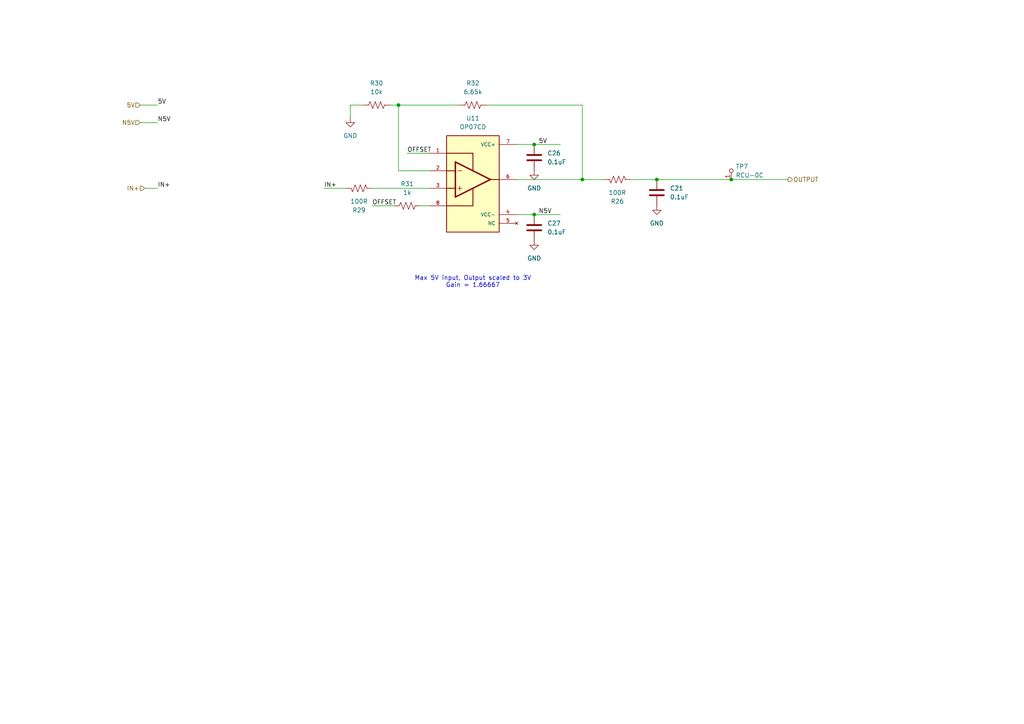
<source format=kicad_sch>
(kicad_sch
	(version 20231120)
	(generator "eeschema")
	(generator_version "8.0")
	(uuid "818e4b3a-8173-4745-9636-036837b54233")
	(paper "A4")
	(lib_symbols
		(symbol "Device:C"
			(pin_numbers hide)
			(pin_names
				(offset 0.254)
			)
			(exclude_from_sim no)
			(in_bom yes)
			(on_board yes)
			(property "Reference" "C"
				(at 0.635 2.54 0)
				(effects
					(font
						(size 1.27 1.27)
					)
					(justify left)
				)
			)
			(property "Value" "C"
				(at 0.635 -2.54 0)
				(effects
					(font
						(size 1.27 1.27)
					)
					(justify left)
				)
			)
			(property "Footprint" ""
				(at 0.9652 -3.81 0)
				(effects
					(font
						(size 1.27 1.27)
					)
					(hide yes)
				)
			)
			(property "Datasheet" "~"
				(at 0 0 0)
				(effects
					(font
						(size 1.27 1.27)
					)
					(hide yes)
				)
			)
			(property "Description" "Unpolarized capacitor"
				(at 0 0 0)
				(effects
					(font
						(size 1.27 1.27)
					)
					(hide yes)
				)
			)
			(property "ki_keywords" "cap capacitor"
				(at 0 0 0)
				(effects
					(font
						(size 1.27 1.27)
					)
					(hide yes)
				)
			)
			(property "ki_fp_filters" "C_*"
				(at 0 0 0)
				(effects
					(font
						(size 1.27 1.27)
					)
					(hide yes)
				)
			)
			(symbol "C_0_1"
				(polyline
					(pts
						(xy -2.032 -0.762) (xy 2.032 -0.762)
					)
					(stroke
						(width 0.508)
						(type default)
					)
					(fill
						(type none)
					)
				)
				(polyline
					(pts
						(xy -2.032 0.762) (xy 2.032 0.762)
					)
					(stroke
						(width 0.508)
						(type default)
					)
					(fill
						(type none)
					)
				)
			)
			(symbol "C_1_1"
				(pin passive line
					(at 0 3.81 270)
					(length 2.794)
					(name "~"
						(effects
							(font
								(size 1.27 1.27)
							)
						)
					)
					(number "1"
						(effects
							(font
								(size 1.27 1.27)
							)
						)
					)
				)
				(pin passive line
					(at 0 -3.81 90)
					(length 2.794)
					(name "~"
						(effects
							(font
								(size 1.27 1.27)
							)
						)
					)
					(number "2"
						(effects
							(font
								(size 1.27 1.27)
							)
						)
					)
				)
			)
		)
		(symbol "Device:R_US"
			(pin_numbers hide)
			(pin_names
				(offset 0)
			)
			(exclude_from_sim no)
			(in_bom yes)
			(on_board yes)
			(property "Reference" "R"
				(at 2.54 0 90)
				(effects
					(font
						(size 1.27 1.27)
					)
				)
			)
			(property "Value" "R_US"
				(at -2.54 0 90)
				(effects
					(font
						(size 1.27 1.27)
					)
				)
			)
			(property "Footprint" ""
				(at 1.016 -0.254 90)
				(effects
					(font
						(size 1.27 1.27)
					)
					(hide yes)
				)
			)
			(property "Datasheet" "~"
				(at 0 0 0)
				(effects
					(font
						(size 1.27 1.27)
					)
					(hide yes)
				)
			)
			(property "Description" "Resistor, US symbol"
				(at 0 0 0)
				(effects
					(font
						(size 1.27 1.27)
					)
					(hide yes)
				)
			)
			(property "ki_keywords" "R res resistor"
				(at 0 0 0)
				(effects
					(font
						(size 1.27 1.27)
					)
					(hide yes)
				)
			)
			(property "ki_fp_filters" "R_*"
				(at 0 0 0)
				(effects
					(font
						(size 1.27 1.27)
					)
					(hide yes)
				)
			)
			(symbol "R_US_0_1"
				(polyline
					(pts
						(xy 0 -2.286) (xy 0 -2.54)
					)
					(stroke
						(width 0)
						(type default)
					)
					(fill
						(type none)
					)
				)
				(polyline
					(pts
						(xy 0 2.286) (xy 0 2.54)
					)
					(stroke
						(width 0)
						(type default)
					)
					(fill
						(type none)
					)
				)
				(polyline
					(pts
						(xy 0 -0.762) (xy 1.016 -1.143) (xy 0 -1.524) (xy -1.016 -1.905) (xy 0 -2.286)
					)
					(stroke
						(width 0)
						(type default)
					)
					(fill
						(type none)
					)
				)
				(polyline
					(pts
						(xy 0 0.762) (xy 1.016 0.381) (xy 0 0) (xy -1.016 -0.381) (xy 0 -0.762)
					)
					(stroke
						(width 0)
						(type default)
					)
					(fill
						(type none)
					)
				)
				(polyline
					(pts
						(xy 0 2.286) (xy 1.016 1.905) (xy 0 1.524) (xy -1.016 1.143) (xy 0 0.762)
					)
					(stroke
						(width 0)
						(type default)
					)
					(fill
						(type none)
					)
				)
			)
			(symbol "R_US_1_1"
				(pin passive line
					(at 0 3.81 270)
					(length 1.27)
					(name "~"
						(effects
							(font
								(size 1.27 1.27)
							)
						)
					)
					(number "1"
						(effects
							(font
								(size 1.27 1.27)
							)
						)
					)
				)
				(pin passive line
					(at 0 -3.81 90)
					(length 1.27)
					(name "~"
						(effects
							(font
								(size 1.27 1.27)
							)
						)
					)
					(number "2"
						(effects
							(font
								(size 1.27 1.27)
							)
						)
					)
				)
			)
		)
		(symbol "OP07CD:OP07CD"
			(pin_names
				(offset 1.016)
			)
			(exclude_from_sim no)
			(in_bom yes)
			(on_board yes)
			(property "Reference" "U"
				(at -7.62 13.7 0)
				(effects
					(font
						(size 1.27 1.27)
					)
					(justify left bottom)
				)
			)
			(property "Value" "OP07CD"
				(at -7.62 -19.24 0)
				(effects
					(font
						(size 1.27 1.27)
					)
					(justify left bottom)
				)
			)
			(property "Footprint" "OP07CD:SOIC127P599X175-8N"
				(at 0 0 0)
				(effects
					(font
						(size 1.27 1.27)
					)
					(justify bottom)
					(hide yes)
				)
			)
			(property "Datasheet" ""
				(at 0 0 0)
				(effects
					(font
						(size 1.27 1.27)
					)
					(hide yes)
				)
			)
			(property "Description" "Low-Offset voltage (0.25mV) single operational amplifier 8-SOIC 0 to 70"
				(at 0 0 0)
				(effects
					(font
						(size 1.27 1.27)
					)
					(justify bottom)
					(hide yes)
				)
			)
			(property "MF" "Texas Instruments"
				(at 0 0 0)
				(effects
					(font
						(size 1.27 1.27)
					)
					(justify bottom)
					(hide yes)
				)
			)
			(property "MOUSER-PURCHASE-URL" "https://snapeda.com/shop?store=Mouser&id=516771"
				(at 0 0 0)
				(effects
					(font
						(size 1.27 1.27)
					)
					(justify bottom)
					(hide yes)
				)
			)
			(property "DIGIKEY-PURCHASE-URL" "https://snapeda.com/shop?store=DigiKey&id=516771"
				(at 0 0 0)
				(effects
					(font
						(size 1.27 1.27)
					)
					(justify bottom)
					(hide yes)
				)
			)
			(property "PACKAGE" "SOIC-8 Texas Instruments"
				(at 0 0 0)
				(effects
					(font
						(size 1.27 1.27)
					)
					(justify bottom)
					(hide yes)
				)
			)
			(property "PRICE" "None"
				(at 0 0 0)
				(effects
					(font
						(size 1.27 1.27)
					)
					(justify bottom)
					(hide yes)
				)
			)
			(property "Package" "SOIC-8 Texas Instruments"
				(at 0 0 0)
				(effects
					(font
						(size 1.27 1.27)
					)
					(justify bottom)
					(hide yes)
				)
			)
			(property "Check_prices" "https://www.snapeda.com/parts/OP07CD/Texas+Instruments/view-part/?ref=eda"
				(at 0 0 0)
				(effects
					(font
						(size 1.27 1.27)
					)
					(justify bottom)
					(hide yes)
				)
			)
			(property "Price" "None"
				(at 0 0 0)
				(effects
					(font
						(size 1.27 1.27)
					)
					(justify bottom)
					(hide yes)
				)
			)
			(property "SnapEDA_Link" "https://www.snapeda.com/parts/OP07CD/Texas+Instruments/view-part/?ref=snap"
				(at 0 0 0)
				(effects
					(font
						(size 1.27 1.27)
					)
					(justify bottom)
					(hide yes)
				)
			)
			(property "MP" "OP07CD"
				(at 0 0 0)
				(effects
					(font
						(size 1.27 1.27)
					)
					(justify bottom)
					(hide yes)
				)
			)
			(property "TEXAS_INSTRUMENTS-PURCHASE-URL" "https://snapeda.com/shop?store=Texas+Instruments&id=516771"
				(at 0 0 0)
				(effects
					(font
						(size 1.27 1.27)
					)
					(justify bottom)
					(hide yes)
				)
			)
			(property "Description_1" "\n                        \n                            Low-Offset voltage (0.25mV) single operational amplifier\n                        \n"
				(at 0 0 0)
				(effects
					(font
						(size 1.27 1.27)
					)
					(justify bottom)
					(hide yes)
				)
			)
			(property "Availability" "In Stock"
				(at 0 0 0)
				(effects
					(font
						(size 1.27 1.27)
					)
					(justify bottom)
					(hide yes)
				)
			)
			(property "AVAILABILITY" "Good"
				(at 0 0 0)
				(effects
					(font
						(size 1.27 1.27)
					)
					(justify bottom)
					(hide yes)
				)
			)
			(symbol "OP07CD_0_0"
				(rectangle
					(start -7.62 -15.24)
					(end 7.62 12.7)
					(stroke
						(width 0.254)
						(type default)
					)
					(fill
						(type background)
					)
				)
				(polyline
					(pts
						(xy -7.62 -7.62) (xy 0 -7.62)
					)
					(stroke
						(width 0.254)
						(type default)
					)
					(fill
						(type none)
					)
				)
				(polyline
					(pts
						(xy -7.62 -2.54) (xy -5.08 -2.54)
					)
					(stroke
						(width 0.254)
						(type default)
					)
					(fill
						(type none)
					)
				)
				(polyline
					(pts
						(xy -7.62 2.54) (xy -5.08 2.54)
					)
					(stroke
						(width 0.254)
						(type default)
					)
					(fill
						(type none)
					)
				)
				(polyline
					(pts
						(xy -7.62 7.62) (xy 0 7.62)
					)
					(stroke
						(width 0.254)
						(type default)
					)
					(fill
						(type none)
					)
				)
				(polyline
					(pts
						(xy -5.08 -5.08) (xy 0 -2.54)
					)
					(stroke
						(width 0.4064)
						(type default)
					)
					(fill
						(type none)
					)
				)
				(polyline
					(pts
						(xy -5.08 -2.54) (xy -5.08 -5.08)
					)
					(stroke
						(width 0.4064)
						(type default)
					)
					(fill
						(type none)
					)
				)
				(polyline
					(pts
						(xy -5.08 2.54) (xy -5.08 -2.54)
					)
					(stroke
						(width 0.4064)
						(type default)
					)
					(fill
						(type none)
					)
				)
				(polyline
					(pts
						(xy -5.08 5.08) (xy -5.08 2.54)
					)
					(stroke
						(width 0.4064)
						(type default)
					)
					(fill
						(type none)
					)
				)
				(polyline
					(pts
						(xy -4.445 -2.54) (xy -3.175 -2.54)
					)
					(stroke
						(width 0.1524)
						(type default)
					)
					(fill
						(type none)
					)
				)
				(polyline
					(pts
						(xy -4.445 2.54) (xy -3.175 2.54)
					)
					(stroke
						(width 0.1524)
						(type default)
					)
					(fill
						(type none)
					)
				)
				(polyline
					(pts
						(xy -3.81 -1.905) (xy -3.81 -3.175)
					)
					(stroke
						(width 0.1524)
						(type default)
					)
					(fill
						(type none)
					)
				)
				(polyline
					(pts
						(xy 0 -7.62) (xy 0 -2.54)
					)
					(stroke
						(width 0.254)
						(type default)
					)
					(fill
						(type none)
					)
				)
				(polyline
					(pts
						(xy 0 -2.54) (xy 5.08 0)
					)
					(stroke
						(width 0.4064)
						(type default)
					)
					(fill
						(type none)
					)
				)
				(polyline
					(pts
						(xy 0 2.54) (xy -5.08 5.08)
					)
					(stroke
						(width 0.4064)
						(type default)
					)
					(fill
						(type none)
					)
				)
				(polyline
					(pts
						(xy 0 7.62) (xy 0 2.54)
					)
					(stroke
						(width 0.254)
						(type default)
					)
					(fill
						(type none)
					)
				)
				(polyline
					(pts
						(xy 5.08 0) (xy 0 2.54)
					)
					(stroke
						(width 0.4064)
						(type default)
					)
					(fill
						(type none)
					)
				)
				(polyline
					(pts
						(xy 5.08 0) (xy 7.62 0)
					)
					(stroke
						(width 0.254)
						(type default)
					)
					(fill
						(type none)
					)
				)
				(pin input line
					(at -12.7 7.62 0)
					(length 5.08)
					(name "~"
						(effects
							(font
								(size 1.016 1.016)
							)
						)
					)
					(number "1"
						(effects
							(font
								(size 1.016 1.016)
							)
						)
					)
				)
				(pin input line
					(at -12.7 2.54 0)
					(length 5.08)
					(name "~"
						(effects
							(font
								(size 1.016 1.016)
							)
						)
					)
					(number "2"
						(effects
							(font
								(size 1.016 1.016)
							)
						)
					)
				)
				(pin input line
					(at -12.7 -2.54 0)
					(length 5.08)
					(name "~"
						(effects
							(font
								(size 1.016 1.016)
							)
						)
					)
					(number "3"
						(effects
							(font
								(size 1.016 1.016)
							)
						)
					)
				)
				(pin power_in line
					(at 12.7 -10.16 180)
					(length 5.08)
					(name "VCC-"
						(effects
							(font
								(size 1.016 1.016)
							)
						)
					)
					(number "4"
						(effects
							(font
								(size 1.016 1.016)
							)
						)
					)
				)
				(pin no_connect line
					(at 12.7 -12.7 180)
					(length 5.08)
					(name "NC"
						(effects
							(font
								(size 1.016 1.016)
							)
						)
					)
					(number "5"
						(effects
							(font
								(size 1.016 1.016)
							)
						)
					)
				)
				(pin output line
					(at 12.7 0 180)
					(length 5.08)
					(name "~"
						(effects
							(font
								(size 1.016 1.016)
							)
						)
					)
					(number "6"
						(effects
							(font
								(size 1.016 1.016)
							)
						)
					)
				)
				(pin power_in line
					(at 12.7 10.16 180)
					(length 5.08)
					(name "VCC+"
						(effects
							(font
								(size 1.016 1.016)
							)
						)
					)
					(number "7"
						(effects
							(font
								(size 1.016 1.016)
							)
						)
					)
				)
				(pin input line
					(at -12.7 -7.62 0)
					(length 5.08)
					(name "~"
						(effects
							(font
								(size 1.016 1.016)
							)
						)
					)
					(number "8"
						(effects
							(font
								(size 1.016 1.016)
							)
						)
					)
				)
			)
		)
		(symbol "dk_Test-Points:RCU-0C"
			(pin_names
				(offset 1.016)
			)
			(exclude_from_sim no)
			(in_bom yes)
			(on_board yes)
			(property "Reference" "TP"
				(at -2.54 1.27 0)
				(effects
					(font
						(size 1.27 1.27)
					)
					(justify right)
				)
			)
			(property "Value" "RCU-0C"
				(at 0 -2.54 0)
				(effects
					(font
						(size 1.27 1.27)
					)
				)
			)
			(property "Footprint" "digikey-footprints:PROBE_PAD_0603"
				(at 5.08 5.08 0)
				(effects
					(font
						(size 1.524 1.524)
					)
					(justify left)
					(hide yes)
				)
			)
			(property "Datasheet" "https://www.te.com/commerce/DocumentDelivery/DDEController?Action=srchrtrv&DocNm=1773266&DocType=DS&DocLang=English"
				(at 5.08 7.62 0)
				(effects
					(font
						(size 1.524 1.524)
					)
					(justify left)
					(hide yes)
				)
			)
			(property "Description" "PC TEST POINT NATURAL"
				(at 0 0 0)
				(effects
					(font
						(size 1.27 1.27)
					)
					(hide yes)
				)
			)
			(property "Digi-Key_PN" "A106145CT-ND"
				(at 5.08 10.16 0)
				(effects
					(font
						(size 1.524 1.524)
					)
					(justify left)
					(hide yes)
				)
			)
			(property "MPN" "RCU-0C"
				(at 5.08 12.7 0)
				(effects
					(font
						(size 1.524 1.524)
					)
					(justify left)
					(hide yes)
				)
			)
			(property "Category" "Test and Measurement"
				(at 5.08 15.24 0)
				(effects
					(font
						(size 1.524 1.524)
					)
					(justify left)
					(hide yes)
				)
			)
			(property "Family" "Test Points"
				(at 5.08 17.78 0)
				(effects
					(font
						(size 1.524 1.524)
					)
					(justify left)
					(hide yes)
				)
			)
			(property "DK_Datasheet_Link" "https://www.te.com/commerce/DocumentDelivery/DDEController?Action=srchrtrv&DocNm=1773266&DocType=DS&DocLang=English"
				(at 5.08 20.32 0)
				(effects
					(font
						(size 1.524 1.524)
					)
					(justify left)
					(hide yes)
				)
			)
			(property "DK_Detail_Page" "/product-detail/en/te-connectivity-amp-connectors/RCU-0C/A106145CT-ND/3477802"
				(at 5.08 22.86 0)
				(effects
					(font
						(size 1.524 1.524)
					)
					(justify left)
					(hide yes)
				)
			)
			(property "Description_1" "PC TEST POINT NATURAL"
				(at 5.08 25.4 0)
				(effects
					(font
						(size 1.524 1.524)
					)
					(justify left)
					(hide yes)
				)
			)
			(property "Manufacturer" "TE Connectivity AMP Connectors"
				(at 5.08 27.94 0)
				(effects
					(font
						(size 1.524 1.524)
					)
					(justify left)
					(hide yes)
				)
			)
			(property "Status" "Active"
				(at 5.08 30.48 0)
				(effects
					(font
						(size 1.524 1.524)
					)
					(justify left)
					(hide yes)
				)
			)
			(property "ki_keywords" "A106145CT-ND RC, CGS"
				(at 0 0 0)
				(effects
					(font
						(size 1.27 1.27)
					)
					(hide yes)
				)
			)
			(symbol "RCU-0C_0_1"
				(circle
					(center 0 0)
					(radius 0.5588)
					(stroke
						(width 0)
						(type solid)
					)
					(fill
						(type none)
					)
				)
			)
			(symbol "RCU-0C_1_1"
				(pin passive line
					(at 0 2.54 270)
					(length 1.905)
					(name "~"
						(effects
							(font
								(size 1.27 1.27)
							)
						)
					)
					(number "1"
						(effects
							(font
								(size 1.27 1.27)
							)
						)
					)
				)
			)
		)
		(symbol "power:GND"
			(power)
			(pin_numbers hide)
			(pin_names
				(offset 0) hide)
			(exclude_from_sim no)
			(in_bom yes)
			(on_board yes)
			(property "Reference" "#PWR"
				(at 0 -6.35 0)
				(effects
					(font
						(size 1.27 1.27)
					)
					(hide yes)
				)
			)
			(property "Value" "GND"
				(at 0 -3.81 0)
				(effects
					(font
						(size 1.27 1.27)
					)
				)
			)
			(property "Footprint" ""
				(at 0 0 0)
				(effects
					(font
						(size 1.27 1.27)
					)
					(hide yes)
				)
			)
			(property "Datasheet" ""
				(at 0 0 0)
				(effects
					(font
						(size 1.27 1.27)
					)
					(hide yes)
				)
			)
			(property "Description" "Power symbol creates a global label with name \"GND\" , ground"
				(at 0 0 0)
				(effects
					(font
						(size 1.27 1.27)
					)
					(hide yes)
				)
			)
			(property "ki_keywords" "global power"
				(at 0 0 0)
				(effects
					(font
						(size 1.27 1.27)
					)
					(hide yes)
				)
			)
			(symbol "GND_0_1"
				(polyline
					(pts
						(xy 0 0) (xy 0 -1.27) (xy 1.27 -1.27) (xy 0 -2.54) (xy -1.27 -1.27) (xy 0 -1.27)
					)
					(stroke
						(width 0)
						(type default)
					)
					(fill
						(type none)
					)
				)
			)
			(symbol "GND_1_1"
				(pin power_in line
					(at 0 0 270)
					(length 0)
					(name "~"
						(effects
							(font
								(size 1.27 1.27)
							)
						)
					)
					(number "1"
						(effects
							(font
								(size 1.27 1.27)
							)
						)
					)
				)
			)
		)
	)
	(junction
		(at 168.91 52.07)
		(diameter 0)
		(color 0 0 0 0)
		(uuid "2cf0b980-80ba-4381-b1fa-fabb59e224de")
	)
	(junction
		(at 190.5 52.07)
		(diameter 0)
		(color 0 0 0 0)
		(uuid "30213b32-ef8e-466d-8619-e0db7c42d086")
	)
	(junction
		(at 154.94 62.23)
		(diameter 0)
		(color 0 0 0 0)
		(uuid "350f845b-e065-4139-a00c-c84cc6fe50e7")
	)
	(junction
		(at 212.09 52.07)
		(diameter 0)
		(color 0 0 0 0)
		(uuid "7998ea51-822c-44f3-8167-b87830d58db0")
	)
	(junction
		(at 115.57 30.48)
		(diameter 0)
		(color 0 0 0 0)
		(uuid "a20f7eb4-fea2-44f6-b5c0-baa542fd936a")
	)
	(junction
		(at 154.94 41.91)
		(diameter 0)
		(color 0 0 0 0)
		(uuid "bd2d7cee-9e31-4e83-b2f0-f2422ddaf180")
	)
	(wire
		(pts
			(xy 118.11 44.45) (xy 124.46 44.45)
		)
		(stroke
			(width 0)
			(type default)
		)
		(uuid "0416c867-6425-462e-8145-e7c1ce8fab30")
	)
	(wire
		(pts
			(xy 107.95 59.69) (xy 114.3 59.69)
		)
		(stroke
			(width 0)
			(type default)
		)
		(uuid "041eb223-4c06-4221-b354-690d610bcf92")
	)
	(wire
		(pts
			(xy 115.57 30.48) (xy 115.57 49.53)
		)
		(stroke
			(width 0)
			(type default)
		)
		(uuid "0cc1a19b-9cab-4545-8ab8-fc9b8a590424")
	)
	(wire
		(pts
			(xy 40.64 30.48) (xy 45.72 30.48)
		)
		(stroke
			(width 0)
			(type default)
		)
		(uuid "1138ba8c-316f-48c8-8968-b30f0ff2a7a0")
	)
	(wire
		(pts
			(xy 168.91 30.48) (xy 168.91 52.07)
		)
		(stroke
			(width 0)
			(type default)
		)
		(uuid "19dd94d9-67c0-4ee3-9601-62003032b93b")
	)
	(wire
		(pts
			(xy 133.35 30.48) (xy 115.57 30.48)
		)
		(stroke
			(width 0)
			(type default)
		)
		(uuid "321b2487-7cc5-4824-8f3f-65d8b5f8fa8d")
	)
	(wire
		(pts
			(xy 154.94 41.91) (xy 162.56 41.91)
		)
		(stroke
			(width 0)
			(type default)
		)
		(uuid "3332caf0-3e73-454a-9ad3-b912302f9818")
	)
	(wire
		(pts
			(xy 100.33 54.61) (xy 93.98 54.61)
		)
		(stroke
			(width 0)
			(type default)
		)
		(uuid "4098f66c-1559-4af8-a25f-e90ff8c3bb73")
	)
	(wire
		(pts
			(xy 140.97 30.48) (xy 168.91 30.48)
		)
		(stroke
			(width 0)
			(type default)
		)
		(uuid "4494f55f-80d2-4b63-bede-98d21a2311de")
	)
	(wire
		(pts
			(xy 101.6 34.29) (xy 101.6 30.48)
		)
		(stroke
			(width 0)
			(type default)
		)
		(uuid "494f34b4-baf0-48f5-bebd-a26542962cdf")
	)
	(wire
		(pts
			(xy 149.86 52.07) (xy 168.91 52.07)
		)
		(stroke
			(width 0)
			(type default)
		)
		(uuid "5144d3fe-57aa-4b4e-b3bf-55ebe5c548cf")
	)
	(wire
		(pts
			(xy 121.92 59.69) (xy 124.46 59.69)
		)
		(stroke
			(width 0)
			(type default)
		)
		(uuid "6c15b015-9463-4a08-804d-917332c647c9")
	)
	(wire
		(pts
			(xy 41.91 54.61) (xy 45.72 54.61)
		)
		(stroke
			(width 0)
			(type default)
		)
		(uuid "7d6f79e5-3824-493d-91fb-b86c86cfa19b")
	)
	(wire
		(pts
			(xy 101.6 30.48) (xy 105.41 30.48)
		)
		(stroke
			(width 0)
			(type default)
		)
		(uuid "915ae626-f078-4ad7-9ea7-122d6cca18c3")
	)
	(wire
		(pts
			(xy 154.94 62.23) (xy 162.56 62.23)
		)
		(stroke
			(width 0)
			(type default)
		)
		(uuid "9ead2a7c-357a-429f-96cc-9db67a0d2c92")
	)
	(wire
		(pts
			(xy 168.91 52.07) (xy 175.26 52.07)
		)
		(stroke
			(width 0)
			(type default)
		)
		(uuid "a9d621cf-afcd-4ebb-a712-4bf3bc380402")
	)
	(wire
		(pts
			(xy 182.88 52.07) (xy 190.5 52.07)
		)
		(stroke
			(width 0)
			(type default)
		)
		(uuid "b134b8d1-aff3-48e2-a04b-14890ec9aac6")
	)
	(wire
		(pts
			(xy 190.5 52.07) (xy 212.09 52.07)
		)
		(stroke
			(width 0)
			(type default)
		)
		(uuid "b6068cce-91cf-4d58-98fb-f4caf8b6b953")
	)
	(wire
		(pts
			(xy 124.46 54.61) (xy 107.95 54.61)
		)
		(stroke
			(width 0)
			(type default)
		)
		(uuid "b73edba0-a9ee-4379-ae2d-7b5dd1376910")
	)
	(wire
		(pts
			(xy 40.64 35.56) (xy 45.72 35.56)
		)
		(stroke
			(width 0)
			(type default)
		)
		(uuid "c9bb882e-c916-4c3f-b856-2ed76f594853")
	)
	(wire
		(pts
			(xy 149.86 62.23) (xy 154.94 62.23)
		)
		(stroke
			(width 0)
			(type default)
		)
		(uuid "da354682-b84b-46f6-8288-0e0657b85e8f")
	)
	(wire
		(pts
			(xy 113.03 30.48) (xy 115.57 30.48)
		)
		(stroke
			(width 0)
			(type default)
		)
		(uuid "e2e5e5dd-40e5-4734-a634-a476deca6460")
	)
	(wire
		(pts
			(xy 115.57 49.53) (xy 124.46 49.53)
		)
		(stroke
			(width 0)
			(type default)
		)
		(uuid "e5b509ba-a4ea-412d-9b92-11b11d23dc5c")
	)
	(wire
		(pts
			(xy 149.86 41.91) (xy 154.94 41.91)
		)
		(stroke
			(width 0)
			(type default)
		)
		(uuid "ef201195-b1c8-48b6-ba8b-800e32b27e33")
	)
	(wire
		(pts
			(xy 212.09 52.07) (xy 228.6 52.07)
		)
		(stroke
			(width 0)
			(type default)
		)
		(uuid "f17b97ab-7f7f-4ebc-9748-17a6064e043a")
	)
	(text "Max 5V input, Output scaled to 3V\nGain = 1.66667"
		(exclude_from_sim no)
		(at 137.16 81.788 0)
		(effects
			(font
				(size 1.27 1.27)
			)
		)
		(uuid "bc127daf-d53a-4294-b8c0-d7b9c7dfd382")
	)
	(label "IN+"
		(at 45.72 54.61 0)
		(fields_autoplaced yes)
		(effects
			(font
				(size 1.27 1.27)
			)
			(justify left bottom)
		)
		(uuid "08269245-b7a9-429a-a6e4-751a693a217e")
	)
	(label "N5V"
		(at 156.21 62.23 0)
		(fields_autoplaced yes)
		(effects
			(font
				(size 1.27 1.27)
			)
			(justify left bottom)
		)
		(uuid "0fb52321-e0de-4779-97aa-eb25da43f060")
	)
	(label "OFFSET"
		(at 118.11 44.45 0)
		(fields_autoplaced yes)
		(effects
			(font
				(size 1.27 1.27)
			)
			(justify left bottom)
		)
		(uuid "2da07f2f-b156-4f3b-8105-dc0acb36e658")
	)
	(label "5V"
		(at 45.72 30.48 0)
		(fields_autoplaced yes)
		(effects
			(font
				(size 1.27 1.27)
			)
			(justify left bottom)
		)
		(uuid "4f13308e-c713-40b9-bbaa-908131216342")
	)
	(label "N5V"
		(at 45.72 35.56 0)
		(fields_autoplaced yes)
		(effects
			(font
				(size 1.27 1.27)
			)
			(justify left bottom)
		)
		(uuid "692f7e10-b0e6-44ef-ab42-6545b6211bf1")
	)
	(label "5V"
		(at 156.21 41.91 0)
		(fields_autoplaced yes)
		(effects
			(font
				(size 1.27 1.27)
			)
			(justify left bottom)
		)
		(uuid "bb2ca53a-a532-40d4-bb48-bcbb17ae8a3e")
	)
	(label "OFFSET"
		(at 107.95 59.69 0)
		(fields_autoplaced yes)
		(effects
			(font
				(size 1.27 1.27)
			)
			(justify left bottom)
		)
		(uuid "bdb25bc6-d2ed-44d0-9620-04aff92d82af")
	)
	(label "IN+"
		(at 93.98 54.61 0)
		(fields_autoplaced yes)
		(effects
			(font
				(size 1.27 1.27)
			)
			(justify left bottom)
		)
		(uuid "e1249a43-0539-43bc-b035-c7f2dc468e11")
	)
	(hierarchical_label "N5V"
		(shape input)
		(at 40.64 35.56 180)
		(fields_autoplaced yes)
		(effects
			(font
				(size 1.27 1.27)
			)
			(justify right)
		)
		(uuid "8d7f29c3-1454-4be6-8a10-07ede9de7364")
	)
	(hierarchical_label "OUTPUT"
		(shape output)
		(at 228.6 52.07 0)
		(fields_autoplaced yes)
		(effects
			(font
				(size 1.27 1.27)
			)
			(justify left)
		)
		(uuid "90883805-53c8-4ed9-8819-f94a274ff1ad")
	)
	(hierarchical_label "5V"
		(shape input)
		(at 40.64 30.48 180)
		(fields_autoplaced yes)
		(effects
			(font
				(size 1.27 1.27)
			)
			(justify right)
		)
		(uuid "a83fd7ad-33cf-4fd9-929c-11fa8364d1cc")
	)
	(hierarchical_label "IN+"
		(shape input)
		(at 41.91 54.61 180)
		(fields_autoplaced yes)
		(effects
			(font
				(size 1.27 1.27)
			)
			(justify right)
		)
		(uuid "c30d6a28-b337-44ca-9b54-af3e61c291d2")
	)
	(symbol
		(lib_id "power:GND")
		(at 190.5 59.69 0)
		(unit 1)
		(exclude_from_sim no)
		(in_bom yes)
		(on_board yes)
		(dnp no)
		(fields_autoplaced yes)
		(uuid "085e754a-2836-4557-b1fa-0f9012524755")
		(property "Reference" "#PWR028"
			(at 190.5 66.04 0)
			(effects
				(font
					(size 1.27 1.27)
				)
				(hide yes)
			)
		)
		(property "Value" "GND"
			(at 190.5 64.77 0)
			(effects
				(font
					(size 1.27 1.27)
				)
			)
		)
		(property "Footprint" ""
			(at 190.5 59.69 0)
			(effects
				(font
					(size 1.27 1.27)
				)
				(hide yes)
			)
		)
		(property "Datasheet" ""
			(at 190.5 59.69 0)
			(effects
				(font
					(size 1.27 1.27)
				)
				(hide yes)
			)
		)
		(property "Description" "Power symbol creates a global label with name \"GND\" , ground"
			(at 190.5 59.69 0)
			(effects
				(font
					(size 1.27 1.27)
				)
				(hide yes)
			)
		)
		(pin "1"
			(uuid "f9b111a7-479d-4610-84a8-47b0da5d3553")
		)
		(instances
			(project "CAN_adc"
				(path "/1df8730d-08fe-45e0-ad7a-188e7e19f35e/0ea546b7-f1df-4abf-bed6-5ba246bb7597"
					(reference "#PWR028")
					(unit 1)
				)
				(path "/1df8730d-08fe-45e0-ad7a-188e7e19f35e/f46ac61f-7e15-4fff-af5c-6cfab753458b"
					(reference "#PWR029")
					(unit 1)
				)
			)
		)
	)
	(symbol
		(lib_id "Device:C")
		(at 190.5 55.88 0)
		(unit 1)
		(exclude_from_sim no)
		(in_bom yes)
		(on_board yes)
		(dnp no)
		(uuid "1b3d927e-49dc-4e7c-9825-c5ee1d3a8201")
		(property "Reference" "C21"
			(at 194.31 54.6099 0)
			(effects
				(font
					(size 1.27 1.27)
				)
				(justify left)
			)
		)
		(property "Value" "0.1uF"
			(at 194.31 57.1499 0)
			(effects
				(font
					(size 1.27 1.27)
				)
				(justify left)
			)
		)
		(property "Footprint" "Capacitor_SMD:C_0603_1608Metric_Pad1.08x0.95mm_HandSolder"
			(at 191.4652 59.69 0)
			(effects
				(font
					(size 1.27 1.27)
				)
				(hide yes)
			)
		)
		(property "Datasheet" "~"
			(at 190.5 55.88 0)
			(effects
				(font
					(size 1.27 1.27)
				)
				(hide yes)
			)
		)
		(property "Description" "Unpolarized capacitor"
			(at 190.5 55.88 0)
			(effects
				(font
					(size 1.27 1.27)
				)
				(hide yes)
			)
		)
		(property "Part Number" "    CL10B104KB8NNNC"
			(at 197.358 53.34 0)
			(effects
				(font
					(size 1.27 1.27)
				)
				(hide yes)
			)
		)
		(pin "1"
			(uuid "d0a5428f-91f8-46b5-93bb-ad464c73d87d")
		)
		(pin "2"
			(uuid "3fc313bc-68b0-44b7-987f-04d2d3716dbf")
		)
		(instances
			(project "CAN_adc"
				(path "/1df8730d-08fe-45e0-ad7a-188e7e19f35e/0ea546b7-f1df-4abf-bed6-5ba246bb7597"
					(reference "C21")
					(unit 1)
				)
				(path "/1df8730d-08fe-45e0-ad7a-188e7e19f35e/f46ac61f-7e15-4fff-af5c-6cfab753458b"
					(reference "C18")
					(unit 1)
				)
			)
		)
	)
	(symbol
		(lib_id "dk_Test-Points:RCU-0C")
		(at 212.09 49.53 180)
		(unit 1)
		(exclude_from_sim no)
		(in_bom yes)
		(on_board yes)
		(dnp no)
		(fields_autoplaced yes)
		(uuid "30f17a99-f798-4c41-a9f2-b99fc4b9eb55")
		(property "Reference" "TP7"
			(at 213.36 48.298 0)
			(effects
				(font
					(size 1.27 1.27)
				)
				(justify right)
			)
		)
		(property "Value" "RCU-0C"
			(at 213.36 50.838 0)
			(effects
				(font
					(size 1.27 1.27)
				)
				(justify right)
			)
		)
		(property "Footprint" "digikey-footprints:PROBE_PAD_0603"
			(at 207.01 54.61 0)
			(effects
				(font
					(size 1.524 1.524)
				)
				(justify left)
				(hide yes)
			)
		)
		(property "Datasheet" "https://www.te.com/commerce/DocumentDelivery/DDEController?Action=srchrtrv&DocNm=1773266&DocType=DS&DocLang=English"
			(at 207.01 57.15 0)
			(effects
				(font
					(size 1.524 1.524)
				)
				(justify left)
				(hide yes)
			)
		)
		(property "Description" "PC TEST POINT NATURAL"
			(at 212.09 49.53 0)
			(effects
				(font
					(size 1.27 1.27)
				)
				(hide yes)
			)
		)
		(property "Digi-Key_PN" "A106145CT-ND"
			(at 207.01 59.69 0)
			(effects
				(font
					(size 1.524 1.524)
				)
				(justify left)
				(hide yes)
			)
		)
		(property "MPN" "RCU-0C"
			(at 207.01 62.23 0)
			(effects
				(font
					(size 1.524 1.524)
				)
				(justify left)
				(hide yes)
			)
		)
		(property "Category" "Test and Measurement"
			(at 207.01 64.77 0)
			(effects
				(font
					(size 1.524 1.524)
				)
				(justify left)
				(hide yes)
			)
		)
		(property "Family" "Test Points"
			(at 207.01 67.31 0)
			(effects
				(font
					(size 1.524 1.524)
				)
				(justify left)
				(hide yes)
			)
		)
		(property "DK_Datasheet_Link" "https://www.te.com/commerce/DocumentDelivery/DDEController?Action=srchrtrv&DocNm=1773266&DocType=DS&DocLang=English"
			(at 207.01 69.85 0)
			(effects
				(font
					(size 1.524 1.524)
				)
				(justify left)
				(hide yes)
			)
		)
		(property "DK_Detail_Page" "/product-detail/en/te-connectivity-amp-connectors/RCU-0C/A106145CT-ND/3477802"
			(at 207.01 72.39 0)
			(effects
				(font
					(size 1.524 1.524)
				)
				(justify left)
				(hide yes)
			)
		)
		(property "Description_1" "PC TEST POINT NATURAL"
			(at 207.01 74.93 0)
			(effects
				(font
					(size 1.524 1.524)
				)
				(justify left)
				(hide yes)
			)
		)
		(property "Manufacturer" "TE Connectivity AMP Connectors"
			(at 207.01 77.47 0)
			(effects
				(font
					(size 1.524 1.524)
				)
				(justify left)
				(hide yes)
			)
		)
		(property "Status" "Active"
			(at 207.01 80.01 0)
			(effects
				(font
					(size 1.524 1.524)
				)
				(justify left)
				(hide yes)
			)
		)
		(pin "1"
			(uuid "4db0a96a-1352-4277-859f-8ac46859bb34")
		)
		(instances
			(project "CAN_adc"
				(path "/1df8730d-08fe-45e0-ad7a-188e7e19f35e/0ea546b7-f1df-4abf-bed6-5ba246bb7597"
					(reference "TP7")
					(unit 1)
				)
				(path "/1df8730d-08fe-45e0-ad7a-188e7e19f35e/f46ac61f-7e15-4fff-af5c-6cfab753458b"
					(reference "TP6")
					(unit 1)
				)
			)
		)
	)
	(symbol
		(lib_id "Device:R_US")
		(at 179.07 52.07 90)
		(mirror x)
		(unit 1)
		(exclude_from_sim no)
		(in_bom yes)
		(on_board yes)
		(dnp no)
		(uuid "511eaa6f-4f08-4a07-82b5-3c427c5bcc52")
		(property "Reference" "R26"
			(at 179.07 58.42 90)
			(effects
				(font
					(size 1.27 1.27)
				)
			)
		)
		(property "Value" "100R"
			(at 179.07 55.88 90)
			(effects
				(font
					(size 1.27 1.27)
				)
			)
		)
		(property "Footprint" "Resistor_SMD:R_0603_1608Metric"
			(at 179.324 53.086 90)
			(effects
				(font
					(size 1.27 1.27)
				)
				(hide yes)
			)
		)
		(property "Datasheet" "~"
			(at 179.07 52.07 0)
			(effects
				(font
					(size 1.27 1.27)
				)
				(hide yes)
			)
		)
		(property "Description" "Resistor, 100R ohm, 0603"
			(at 179.07 52.07 0)
			(effects
				(font
					(size 1.27 1.27)
				)
				(hide yes)
			)
		)
		(property "Part Number" "RC0603FR-07100RL"
			(at 179.07 52.07 90)
			(effects
				(font
					(size 1.27 1.27)
				)
				(hide yes)
			)
		)
		(pin "2"
			(uuid "1fa88b45-0fd7-4caf-8b91-1566335a072a")
		)
		(pin "1"
			(uuid "fdbaee3b-2f7c-4eec-87d3-267dece52847")
		)
		(instances
			(project "CAN_adc"
				(path "/1df8730d-08fe-45e0-ad7a-188e7e19f35e/0ea546b7-f1df-4abf-bed6-5ba246bb7597"
					(reference "R26")
					(unit 1)
				)
				(path "/1df8730d-08fe-45e0-ad7a-188e7e19f35e/f46ac61f-7e15-4fff-af5c-6cfab753458b"
					(reference "R23")
					(unit 1)
				)
			)
		)
	)
	(symbol
		(lib_id "Device:C")
		(at 154.94 66.04 0)
		(unit 1)
		(exclude_from_sim no)
		(in_bom yes)
		(on_board yes)
		(dnp no)
		(uuid "52509f33-63c2-4fb8-8dd0-c3299d5aa1c2")
		(property "Reference" "C27"
			(at 158.75 64.7699 0)
			(effects
				(font
					(size 1.27 1.27)
				)
				(justify left)
			)
		)
		(property "Value" "0.1uF"
			(at 158.75 67.3099 0)
			(effects
				(font
					(size 1.27 1.27)
				)
				(justify left)
			)
		)
		(property "Footprint" "Capacitor_SMD:C_0603_1608Metric_Pad1.08x0.95mm_HandSolder"
			(at 155.9052 69.85 0)
			(effects
				(font
					(size 1.27 1.27)
				)
				(hide yes)
			)
		)
		(property "Datasheet" "~"
			(at 154.94 66.04 0)
			(effects
				(font
					(size 1.27 1.27)
				)
				(hide yes)
			)
		)
		(property "Description" "Unpolarized capacitor"
			(at 154.94 66.04 0)
			(effects
				(font
					(size 1.27 1.27)
				)
				(hide yes)
			)
		)
		(property "Part Number" "    CL10B104KB8NNNC"
			(at 161.798 63.5 0)
			(effects
				(font
					(size 1.27 1.27)
				)
				(hide yes)
			)
		)
		(pin "1"
			(uuid "bf67b6d4-e041-4300-9878-4793ca3d58c5")
		)
		(pin "2"
			(uuid "1d26fe47-3ede-4de3-a2b6-13f1e98f233d")
		)
		(instances
			(project "CAN_adc"
				(path "/1df8730d-08fe-45e0-ad7a-188e7e19f35e/0ea546b7-f1df-4abf-bed6-5ba246bb7597"
					(reference "C27")
					(unit 1)
				)
				(path "/1df8730d-08fe-45e0-ad7a-188e7e19f35e/f46ac61f-7e15-4fff-af5c-6cfab753458b"
					(reference "C17")
					(unit 1)
				)
			)
		)
	)
	(symbol
		(lib_id "OP07CD:OP07CD")
		(at 137.16 52.07 0)
		(unit 1)
		(exclude_from_sim no)
		(in_bom yes)
		(on_board yes)
		(dnp no)
		(fields_autoplaced yes)
		(uuid "569656f7-83bc-4fef-ad4c-c8f993b0ad5e")
		(property "Reference" "U11"
			(at 137.16 34.29 0)
			(effects
				(font
					(size 1.27 1.27)
				)
			)
		)
		(property "Value" "OP07CD"
			(at 137.16 36.83 0)
			(effects
				(font
					(size 1.27 1.27)
				)
			)
		)
		(property "Footprint" "OP07CD:SOIC127P599X175-8N"
			(at 137.16 52.07 0)
			(effects
				(font
					(size 1.27 1.27)
				)
				(justify bottom)
				(hide yes)
			)
		)
		(property "Datasheet" ""
			(at 137.16 52.07 0)
			(effects
				(font
					(size 1.27 1.27)
				)
				(hide yes)
			)
		)
		(property "Description" ""
			(at 137.16 52.07 0)
			(effects
				(font
					(size 1.27 1.27)
				)
				(hide yes)
			)
		)
		(property "MF" "Texas Instruments"
			(at 137.16 52.07 0)
			(effects
				(font
					(size 1.27 1.27)
				)
				(justify bottom)
				(hide yes)
			)
		)
		(property "MOUSER-PURCHASE-URL" "https://snapeda.com/shop?store=Mouser&id=516771"
			(at 137.16 52.07 0)
			(effects
				(font
					(size 1.27 1.27)
				)
				(justify bottom)
				(hide yes)
			)
		)
		(property "DIGIKEY-PURCHASE-URL" "https://snapeda.com/shop?store=DigiKey&id=516771"
			(at 137.16 52.07 0)
			(effects
				(font
					(size 1.27 1.27)
				)
				(justify bottom)
				(hide yes)
			)
		)
		(property "PACKAGE" "SOIC-8 Texas Instruments"
			(at 137.16 52.07 0)
			(effects
				(font
					(size 1.27 1.27)
				)
				(justify bottom)
				(hide yes)
			)
		)
		(property "PRICE" "None"
			(at 137.16 52.07 0)
			(effects
				(font
					(size 1.27 1.27)
				)
				(justify bottom)
				(hide yes)
			)
		)
		(property "Package" "SOIC-8 Texas Instruments"
			(at 137.16 52.07 0)
			(effects
				(font
					(size 1.27 1.27)
				)
				(justify bottom)
				(hide yes)
			)
		)
		(property "Check_prices" "https://www.snapeda.com/parts/OP07CD/Texas+Instruments/view-part/?ref=eda"
			(at 137.16 52.07 0)
			(effects
				(font
					(size 1.27 1.27)
				)
				(justify bottom)
				(hide yes)
			)
		)
		(property "Price" "None"
			(at 137.16 52.07 0)
			(effects
				(font
					(size 1.27 1.27)
				)
				(justify bottom)
				(hide yes)
			)
		)
		(property "SnapEDA_Link" "https://www.snapeda.com/parts/OP07CD/Texas+Instruments/view-part/?ref=snap"
			(at 137.16 52.07 0)
			(effects
				(font
					(size 1.27 1.27)
				)
				(justify bottom)
				(hide yes)
			)
		)
		(property "MP" "OP07CD"
			(at 137.16 52.07 0)
			(effects
				(font
					(size 1.27 1.27)
				)
				(justify bottom)
				(hide yes)
			)
		)
		(property "TEXAS_INSTRUMENTS-PURCHASE-URL" "https://snapeda.com/shop?store=Texas+Instruments&id=516771"
			(at 137.16 52.07 0)
			(effects
				(font
					(size 1.27 1.27)
				)
				(justify bottom)
				(hide yes)
			)
		)
		(property "Description_1" "\n                        \n                            Low-Offset voltage (0.25mV) single operational amplifier\n                        \n"
			(at 137.16 52.07 0)
			(effects
				(font
					(size 1.27 1.27)
				)
				(justify bottom)
				(hide yes)
			)
		)
		(property "Availability" "In Stock"
			(at 137.16 52.07 0)
			(effects
				(font
					(size 1.27 1.27)
				)
				(justify bottom)
				(hide yes)
			)
		)
		(property "AVAILABILITY" "Good"
			(at 137.16 52.07 0)
			(effects
				(font
					(size 1.27 1.27)
				)
				(justify bottom)
				(hide yes)
			)
		)
		(property "DESCRIPTION" "Low-Offset voltage (0.25mV) single operational amplifier 8-SOIC 0 to 70"
			(at 137.16 52.07 0)
			(effects
				(font
					(size 1.27 1.27)
				)
				(justify bottom)
				(hide yes)
			)
		)
		(pin "6"
			(uuid "134c0927-dc65-4f86-84bf-970a23b63acc")
		)
		(pin "7"
			(uuid "f4a561d9-7f6c-4794-8fad-01372409bd57")
		)
		(pin "1"
			(uuid "e1389a0d-5f41-4ed6-b5cb-374a5e9d452e")
		)
		(pin "8"
			(uuid "a085b585-ab2d-442a-8793-e8d54490ff33")
		)
		(pin "2"
			(uuid "d336159a-150d-41d9-9c71-5bf7359202f2")
		)
		(pin "3"
			(uuid "95da3cc2-f0fb-4e46-a243-647e303360f4")
		)
		(pin "4"
			(uuid "bc5bec9b-90ba-4fb3-854c-da4e9bcdea60")
		)
		(pin "5"
			(uuid "1260e711-9d7f-4475-af0d-f258a455e616")
		)
		(instances
			(project "CAN_adc"
				(path "/1df8730d-08fe-45e0-ad7a-188e7e19f35e/0ea546b7-f1df-4abf-bed6-5ba246bb7597"
					(reference "U11")
					(unit 1)
				)
				(path "/1df8730d-08fe-45e0-ad7a-188e7e19f35e/f46ac61f-7e15-4fff-af5c-6cfab753458b"
					(reference "U7")
					(unit 1)
				)
			)
		)
	)
	(symbol
		(lib_id "Device:R_US")
		(at 109.22 30.48 90)
		(unit 1)
		(exclude_from_sim no)
		(in_bom yes)
		(on_board yes)
		(dnp no)
		(fields_autoplaced yes)
		(uuid "6292ec13-e755-4ca0-a8b2-fbf5cefa2984")
		(property "Reference" "R30"
			(at 109.22 24.13 90)
			(effects
				(font
					(size 1.27 1.27)
				)
			)
		)
		(property "Value" "10k"
			(at 109.22 26.67 90)
			(effects
				(font
					(size 1.27 1.27)
				)
			)
		)
		(property "Footprint" "Resistor_SMD:R_0603_1608Metric"
			(at 109.474 29.464 90)
			(effects
				(font
					(size 1.27 1.27)
				)
				(hide yes)
			)
		)
		(property "Datasheet" "~"
			(at 109.22 30.48 0)
			(effects
				(font
					(size 1.27 1.27)
				)
				(hide yes)
			)
		)
		(property "Description" "Resistor, 10k, 0603"
			(at 109.22 30.48 0)
			(effects
				(font
					(size 1.27 1.27)
				)
				(hide yes)
			)
		)
		(property "Part Number" "    RC0603FR-0710KL"
			(at 109.22 30.48 0)
			(effects
				(font
					(size 1.27 1.27)
				)
				(hide yes)
			)
		)
		(pin "2"
			(uuid "239eaf0c-f2bc-43ba-9a10-082aecdea11f")
		)
		(pin "1"
			(uuid "23613cb4-2626-4b20-9dc9-273ce8a5b4f1")
		)
		(instances
			(project "CAN_adc"
				(path "/1df8730d-08fe-45e0-ad7a-188e7e19f35e/0ea546b7-f1df-4abf-bed6-5ba246bb7597"
					(reference "R30")
					(unit 1)
				)
				(path "/1df8730d-08fe-45e0-ad7a-188e7e19f35e/f46ac61f-7e15-4fff-af5c-6cfab753458b"
					(reference "R20")
					(unit 1)
				)
			)
		)
	)
	(symbol
		(lib_id "Device:R_US")
		(at 137.16 30.48 90)
		(unit 1)
		(exclude_from_sim no)
		(in_bom yes)
		(on_board yes)
		(dnp no)
		(fields_autoplaced yes)
		(uuid "63a16ce6-9b5a-4e0d-b617-18eb5a7fe0ba")
		(property "Reference" "R32"
			(at 137.16 24.13 90)
			(effects
				(font
					(size 1.27 1.27)
				)
			)
		)
		(property "Value" "6.65k"
			(at 137.16 26.67 90)
			(effects
				(font
					(size 1.27 1.27)
				)
			)
		)
		(property "Footprint" "Resistor_SMD:R_0603_1608Metric"
			(at 137.414 29.464 90)
			(effects
				(font
					(size 1.27 1.27)
				)
				(hide yes)
			)
		)
		(property "Datasheet" "~"
			(at 137.16 30.48 0)
			(effects
				(font
					(size 1.27 1.27)
				)
				(hide yes)
			)
		)
		(property "Description" "Resistor, 6.65k, 0603"
			(at 137.16 30.48 0)
			(effects
				(font
					(size 1.27 1.27)
				)
				(hide yes)
			)
		)
		(property "Part Number" "RC0603FR-076K65L"
			(at 137.16 30.48 0)
			(effects
				(font
					(size 1.27 1.27)
				)
				(hide yes)
			)
		)
		(pin "2"
			(uuid "8f7d17b9-9f24-4dad-84b7-7be7520965e5")
		)
		(pin "1"
			(uuid "db52a221-8a17-4735-803f-7eac1361e4df")
		)
		(instances
			(project "CAN_adc"
				(path "/1df8730d-08fe-45e0-ad7a-188e7e19f35e/0ea546b7-f1df-4abf-bed6-5ba246bb7597"
					(reference "R32")
					(unit 1)
				)
				(path "/1df8730d-08fe-45e0-ad7a-188e7e19f35e/f46ac61f-7e15-4fff-af5c-6cfab753458b"
					(reference "R22")
					(unit 1)
				)
			)
		)
	)
	(symbol
		(lib_id "power:GND")
		(at 101.6 34.29 0)
		(unit 1)
		(exclude_from_sim no)
		(in_bom yes)
		(on_board yes)
		(dnp no)
		(fields_autoplaced yes)
		(uuid "9a24d7f8-23a8-40d4-b481-80a57ac6c154")
		(property "Reference" "#PWR035"
			(at 101.6 40.64 0)
			(effects
				(font
					(size 1.27 1.27)
				)
				(hide yes)
			)
		)
		(property "Value" "GND"
			(at 101.6 39.37 0)
			(effects
				(font
					(size 1.27 1.27)
				)
			)
		)
		(property "Footprint" ""
			(at 101.6 34.29 0)
			(effects
				(font
					(size 1.27 1.27)
				)
				(hide yes)
			)
		)
		(property "Datasheet" ""
			(at 101.6 34.29 0)
			(effects
				(font
					(size 1.27 1.27)
				)
				(hide yes)
			)
		)
		(property "Description" "Power symbol creates a global label with name \"GND\" , ground"
			(at 101.6 34.29 0)
			(effects
				(font
					(size 1.27 1.27)
				)
				(hide yes)
			)
		)
		(pin "1"
			(uuid "3900a372-187c-4611-86e0-b3ed4cc09989")
		)
		(instances
			(project "CAN_adc"
				(path "/1df8730d-08fe-45e0-ad7a-188e7e19f35e/0ea546b7-f1df-4abf-bed6-5ba246bb7597"
					(reference "#PWR035")
					(unit 1)
				)
				(path "/1df8730d-08fe-45e0-ad7a-188e7e19f35e/f46ac61f-7e15-4fff-af5c-6cfab753458b"
					(reference "#PWR025")
					(unit 1)
				)
			)
		)
	)
	(symbol
		(lib_id "power:GND")
		(at 154.94 49.53 0)
		(unit 1)
		(exclude_from_sim no)
		(in_bom yes)
		(on_board yes)
		(dnp no)
		(fields_autoplaced yes)
		(uuid "afac6353-3b25-4d25-a13c-cd1eab73af8f")
		(property "Reference" "#PWR034"
			(at 154.94 55.88 0)
			(effects
				(font
					(size 1.27 1.27)
				)
				(hide yes)
			)
		)
		(property "Value" "GND"
			(at 154.94 54.61 0)
			(effects
				(font
					(size 1.27 1.27)
				)
			)
		)
		(property "Footprint" ""
			(at 154.94 49.53 0)
			(effects
				(font
					(size 1.27 1.27)
				)
				(hide yes)
			)
		)
		(property "Datasheet" ""
			(at 154.94 49.53 0)
			(effects
				(font
					(size 1.27 1.27)
				)
				(hide yes)
			)
		)
		(property "Description" "Power symbol creates a global label with name \"GND\" , ground"
			(at 154.94 49.53 0)
			(effects
				(font
					(size 1.27 1.27)
				)
				(hide yes)
			)
		)
		(pin "1"
			(uuid "7da7e9a7-560c-406b-b599-1862dc53256a")
		)
		(instances
			(project "CAN_adc"
				(path "/1df8730d-08fe-45e0-ad7a-188e7e19f35e/0ea546b7-f1df-4abf-bed6-5ba246bb7597"
					(reference "#PWR034")
					(unit 1)
				)
				(path "/1df8730d-08fe-45e0-ad7a-188e7e19f35e/f46ac61f-7e15-4fff-af5c-6cfab753458b"
					(reference "#PWR026")
					(unit 1)
				)
			)
		)
	)
	(symbol
		(lib_id "Device:C")
		(at 154.94 45.72 0)
		(unit 1)
		(exclude_from_sim no)
		(in_bom yes)
		(on_board yes)
		(dnp no)
		(uuid "bc2c7275-c2d6-403b-9d99-4a9f49bdbc2f")
		(property "Reference" "C26"
			(at 158.75 44.4499 0)
			(effects
				(font
					(size 1.27 1.27)
				)
				(justify left)
			)
		)
		(property "Value" "0.1uF"
			(at 158.75 46.9899 0)
			(effects
				(font
					(size 1.27 1.27)
				)
				(justify left)
			)
		)
		(property "Footprint" "Capacitor_SMD:C_0603_1608Metric_Pad1.08x0.95mm_HandSolder"
			(at 155.9052 49.53 0)
			(effects
				(font
					(size 1.27 1.27)
				)
				(hide yes)
			)
		)
		(property "Datasheet" "~"
			(at 154.94 45.72 0)
			(effects
				(font
					(size 1.27 1.27)
				)
				(hide yes)
			)
		)
		(property "Description" "Unpolarized capacitor"
			(at 154.94 45.72 0)
			(effects
				(font
					(size 1.27 1.27)
				)
				(hide yes)
			)
		)
		(property "Part Number" "    CL10B104KB8NNNC"
			(at 161.798 43.18 0)
			(effects
				(font
					(size 1.27 1.27)
				)
				(hide yes)
			)
		)
		(pin "1"
			(uuid "246a816f-955b-467c-b24f-6e0220c8b142")
		)
		(pin "2"
			(uuid "0599c615-33c4-4d92-82d1-37d417728f71")
		)
		(instances
			(project "CAN_adc"
				(path "/1df8730d-08fe-45e0-ad7a-188e7e19f35e/0ea546b7-f1df-4abf-bed6-5ba246bb7597"
					(reference "C26")
					(unit 1)
				)
				(path "/1df8730d-08fe-45e0-ad7a-188e7e19f35e/f46ac61f-7e15-4fff-af5c-6cfab753458b"
					(reference "C16")
					(unit 1)
				)
			)
		)
	)
	(symbol
		(lib_id "power:GND")
		(at 154.94 69.85 0)
		(unit 1)
		(exclude_from_sim no)
		(in_bom yes)
		(on_board yes)
		(dnp no)
		(fields_autoplaced yes)
		(uuid "bd46a7f1-b690-4b73-8451-db84da9caaa8")
		(property "Reference" "#PWR033"
			(at 154.94 76.2 0)
			(effects
				(font
					(size 1.27 1.27)
				)
				(hide yes)
			)
		)
		(property "Value" "GND"
			(at 154.94 74.93 0)
			(effects
				(font
					(size 1.27 1.27)
				)
			)
		)
		(property "Footprint" ""
			(at 154.94 69.85 0)
			(effects
				(font
					(size 1.27 1.27)
				)
				(hide yes)
			)
		)
		(property "Datasheet" ""
			(at 154.94 69.85 0)
			(effects
				(font
					(size 1.27 1.27)
				)
				(hide yes)
			)
		)
		(property "Description" "Power symbol creates a global label with name \"GND\" , ground"
			(at 154.94 69.85 0)
			(effects
				(font
					(size 1.27 1.27)
				)
				(hide yes)
			)
		)
		(pin "1"
			(uuid "1a47b1d9-0e69-4c2b-940a-c72a22dbd059")
		)
		(instances
			(project "CAN_adc"
				(path "/1df8730d-08fe-45e0-ad7a-188e7e19f35e/0ea546b7-f1df-4abf-bed6-5ba246bb7597"
					(reference "#PWR033")
					(unit 1)
				)
				(path "/1df8730d-08fe-45e0-ad7a-188e7e19f35e/f46ac61f-7e15-4fff-af5c-6cfab753458b"
					(reference "#PWR027")
					(unit 1)
				)
			)
		)
	)
	(symbol
		(lib_id "Device:R_US")
		(at 104.14 54.61 90)
		(mirror x)
		(unit 1)
		(exclude_from_sim no)
		(in_bom yes)
		(on_board yes)
		(dnp no)
		(uuid "c147c48a-7e4a-4a6a-bf4b-6fdd89c7cd1c")
		(property "Reference" "R29"
			(at 104.14 60.96 90)
			(effects
				(font
					(size 1.27 1.27)
				)
			)
		)
		(property "Value" "100R"
			(at 104.14 58.42 90)
			(effects
				(font
					(size 1.27 1.27)
				)
			)
		)
		(property "Footprint" "Resistor_SMD:R_0603_1608Metric"
			(at 104.394 55.626 90)
			(effects
				(font
					(size 1.27 1.27)
				)
				(hide yes)
			)
		)
		(property "Datasheet" "~"
			(at 104.14 54.61 0)
			(effects
				(font
					(size 1.27 1.27)
				)
				(hide yes)
			)
		)
		(property "Description" "Resistor, 100R ohm, 0603"
			(at 104.14 54.61 0)
			(effects
				(font
					(size 1.27 1.27)
				)
				(hide yes)
			)
		)
		(property "Part Number" "RC0603FR-07100RL"
			(at 104.14 54.61 90)
			(effects
				(font
					(size 1.27 1.27)
				)
				(hide yes)
			)
		)
		(pin "2"
			(uuid "1672b4b0-be38-4e8d-b819-0acabe2319b8")
		)
		(pin "1"
			(uuid "b4a4b394-6e6c-4af1-a6e9-f36fedf8c44f")
		)
		(instances
			(project "CAN_adc"
				(path "/1df8730d-08fe-45e0-ad7a-188e7e19f35e/0ea546b7-f1df-4abf-bed6-5ba246bb7597"
					(reference "R29")
					(unit 1)
				)
				(path "/1df8730d-08fe-45e0-ad7a-188e7e19f35e/f46ac61f-7e15-4fff-af5c-6cfab753458b"
					(reference "R19")
					(unit 1)
				)
			)
		)
	)
	(symbol
		(lib_id "Device:R_US")
		(at 118.11 59.69 90)
		(unit 1)
		(exclude_from_sim no)
		(in_bom yes)
		(on_board yes)
		(dnp no)
		(fields_autoplaced yes)
		(uuid "f731ac9b-4a3f-45d7-87d6-f0e9779830cc")
		(property "Reference" "R31"
			(at 118.11 53.34 90)
			(effects
				(font
					(size 1.27 1.27)
				)
			)
		)
		(property "Value" "1k"
			(at 118.11 55.88 90)
			(effects
				(font
					(size 1.27 1.27)
				)
			)
		)
		(property "Footprint" "Resistor_SMD:R_0603_1608Metric"
			(at 118.364 58.674 90)
			(effects
				(font
					(size 1.27 1.27)
				)
				(hide yes)
			)
		)
		(property "Datasheet" "~"
			(at 118.11 59.69 0)
			(effects
				(font
					(size 1.27 1.27)
				)
				(hide yes)
			)
		)
		(property "Description" "Resistor, 1k ohm, 0603"
			(at 118.11 59.69 0)
			(effects
				(font
					(size 1.27 1.27)
				)
				(hide yes)
			)
		)
		(property "Part Number" "https://www.digikey.com/en/products/detail/yageo/RC0603FR-071KL/726843"
			(at 118.11 59.69 90)
			(effects
				(font
					(size 1.27 1.27)
				)
				(hide yes)
			)
		)
		(pin "2"
			(uuid "4bd6a33c-2d3e-4069-a6cf-fafe76c95541")
		)
		(pin "1"
			(uuid "ef6afb81-9eec-4dee-8b07-7e6072540f7f")
		)
		(instances
			(project "CAN_adc"
				(path "/1df8730d-08fe-45e0-ad7a-188e7e19f35e/0ea546b7-f1df-4abf-bed6-5ba246bb7597"
					(reference "R31")
					(unit 1)
				)
				(path "/1df8730d-08fe-45e0-ad7a-188e7e19f35e/f46ac61f-7e15-4fff-af5c-6cfab753458b"
					(reference "R21")
					(unit 1)
				)
			)
		)
	)
)

</source>
